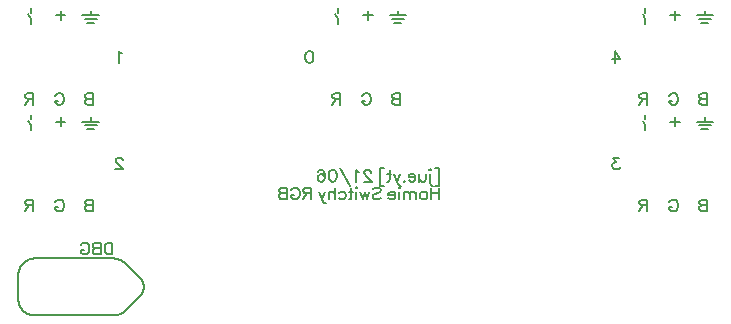
<source format=gbo>
%FSLAX46Y46*%
%MOMM*%
%ADD10C,0.150000*%
G01*
G01*
%LPD*%
D10*
X20758096Y15523810D02*
X21281904Y15523810D01*
D10*
X21043810Y15142857D02*
X20758096Y15523810D01*
D10*
X20900952Y15142857D02*
X21043810Y15142857D01*
D10*
X20805714Y15095238D02*
X20900952Y15142857D01*
D10*
X20758096Y15047619D02*
X20805714Y15095238D01*
D10*
X20710476Y14904762D02*
X20758096Y15047619D01*
D10*
X20710476Y14809524D02*
X20710476Y14904762D01*
D10*
X20758096Y14666667D02*
X20710476Y14809524D01*
D10*
X20853334Y14571429D02*
X20758096Y14666667D01*
D10*
X20996190Y14523810D02*
X20853334Y14571429D01*
D10*
X21139048Y14523810D02*
X20996190Y14523810D01*
D10*
X21281904Y14571429D02*
X21139048Y14523810D01*
D10*
X21329524Y14619048D02*
X21281904Y14571429D01*
D10*
X21377142Y14714286D02*
X21329524Y14619048D01*
D10*
X6032524Y13144476D02*
X6032524Y14668286D01*
D10*
X5699190Y14668286D02*
X6032524Y14668286D01*
D10*
X5699190Y13144476D02*
X6032524Y13144476D01*
D10*
X5270619Y14430190D02*
X5318238Y14477810D01*
D10*
X5223000Y14477810D02*
X5270619Y14430190D01*
D10*
X5270619Y14525429D02*
X5223000Y14477810D01*
D10*
X5318238Y14477810D02*
X5270619Y14525429D01*
D10*
X5270619Y13334952D02*
X5270619Y14144476D01*
D10*
X5318238Y13192095D02*
X5270619Y13334952D01*
D10*
X5413476Y13144476D02*
X5318238Y13192095D01*
D10*
X5508714Y13144476D02*
X5413476Y13144476D01*
D10*
X4889667Y13668286D02*
X4889667Y14144476D01*
D10*
X4842047Y13525429D02*
X4889667Y13668286D01*
D10*
X4746809Y13477810D02*
X4842047Y13525429D01*
D10*
X4603952Y13477810D02*
X4746809Y13477810D01*
D10*
X4508714Y13525429D02*
X4603952Y13477810D01*
D10*
X4365857Y13668286D02*
X4508714Y13525429D01*
D10*
X4365857Y13477810D02*
X4365857Y14144476D01*
D10*
X3461095Y13858762D02*
X4032523Y13858762D01*
D10*
X3461095Y13954000D02*
X3461095Y13858762D01*
D10*
X3508714Y14049238D02*
X3461095Y13954000D01*
D10*
X3556333Y14096857D02*
X3508714Y14049238D01*
D10*
X3651571Y14144476D02*
X3556333Y14096857D01*
D10*
X3794428Y14144476D02*
X3651571Y14144476D01*
D10*
X3889666Y14096857D02*
X3794428Y14144476D01*
D10*
X3984904Y14001619D02*
X3889666Y14096857D01*
D10*
X4032523Y13858762D02*
X3984904Y14001619D01*
D10*
X4032523Y13763524D02*
X4032523Y13858762D01*
D10*
X3984904Y13620667D02*
X4032523Y13763524D01*
D10*
X3889666Y13525429D02*
X3984904Y13620667D01*
D10*
X3794428Y13477810D02*
X3889666Y13525429D01*
D10*
X3651571Y13477810D02*
X3794428Y13477810D01*
D10*
X3556333Y13525429D02*
X3651571Y13477810D01*
D10*
X3461095Y13620667D02*
X3556333Y13525429D01*
D10*
X3127762Y13525429D02*
X3080143Y13573048D01*
D10*
X3080143Y13477810D02*
X3127762Y13525429D01*
D10*
X3032523Y13525429D02*
X3080143Y13477810D01*
D10*
X3080143Y13573048D02*
X3032523Y13525429D01*
D10*
X2461095Y13477810D02*
X2746809Y14144476D01*
D10*
X2461095Y13477810D02*
X2175381Y14144476D01*
D10*
X2556333Y13287333D02*
X2461095Y13477810D01*
D10*
X2651571Y13192095D02*
X2556333Y13287333D01*
D10*
X2746809Y13144476D02*
X2651571Y13192095D01*
D10*
X2794428Y13144476D02*
X2746809Y13144476D01*
D10*
X1842047Y13668286D02*
X1842047Y14477810D01*
D10*
X1794428Y13525429D02*
X1842047Y13668286D01*
D10*
X1699190Y13477810D02*
X1794428Y13525429D01*
D10*
X1603952Y13477810D02*
X1699190Y13477810D01*
D10*
X1651571Y14144476D02*
X1984905Y14144476D01*
D10*
X1032524Y13144476D02*
X1032524Y14668286D01*
D10*
X1032524Y14668286D02*
X1365857Y14668286D01*
D10*
X1032524Y13144476D02*
X1365857Y13144476D01*
D10*
X270619Y14287333D02*
X270619Y14239714D01*
D10*
X223000Y14382571D02*
X270619Y14287333D01*
D10*
X175381Y14430190D02*
X223000Y14382571D01*
D10*
X80143Y14477810D02*
X175381Y14430190D01*
D10*
X-110333Y14477810D02*
X80143Y14477810D01*
D10*
X-205571Y14430190D02*
X-110333Y14477810D01*
D10*
X-253190Y14382571D02*
X-205571Y14430190D01*
D10*
X-300809Y14287333D02*
X-253190Y14382571D01*
D10*
X-300809Y14192095D02*
X-300809Y14287333D01*
D10*
X-253190Y14096857D02*
X-300809Y14192095D01*
D10*
X-157952Y13954000D02*
X-253190Y14096857D01*
D10*
X318238Y13477810D02*
X-157952Y13954000D01*
D10*
X-348428Y13477810D02*
X318238Y13477810D01*
D10*
X-872238Y14334952D02*
X-777000Y14287333D01*
D10*
X-1015095Y14477810D02*
X-872238Y14334952D01*
D10*
X-1015095Y13477810D02*
X-1015095Y14477810D01*
D10*
X-1538904Y13144476D02*
X-2396047Y14668286D01*
D10*
X-2777000Y14430190D02*
X-2919857Y14477810D01*
D10*
X-2681762Y14287333D02*
X-2777000Y14430190D01*
D10*
X-2634143Y14049238D02*
X-2681762Y14287333D01*
D10*
X-2634143Y13906381D02*
X-2634143Y14049238D01*
D10*
X-2681762Y13668286D02*
X-2634143Y13906381D01*
D10*
X-2777000Y13525429D02*
X-2681762Y13668286D01*
D10*
X-2919857Y13477810D02*
X-2777000Y13525429D01*
D10*
X-3015095Y13477810D02*
X-2919857Y13477810D01*
D10*
X-3157952Y13525429D02*
X-3015095Y13477810D01*
D10*
X-3253190Y13668286D02*
X-3157952Y13525429D01*
D10*
X-3300809Y13906381D02*
X-3253190Y13668286D01*
D10*
X-3300809Y14049238D02*
X-3300809Y13906381D01*
D10*
X-3253190Y14287333D02*
X-3300809Y14049238D01*
D10*
X-3157952Y14430190D02*
X-3253190Y14287333D01*
D10*
X-3015095Y14477810D02*
X-3157952Y14430190D01*
D10*
X-2919857Y14477810D02*
X-3015095Y14477810D01*
D10*
X-4157952Y14430190D02*
X-4205571Y14334952D01*
D10*
X-4015095Y14477810D02*
X-4157952Y14430190D01*
D10*
X-3919857Y14477810D02*
X-4015095Y14477810D01*
D10*
X-3777000Y14430190D02*
X-3919857Y14477810D01*
D10*
X-3681762Y14287333D02*
X-3777000Y14430190D01*
D10*
X-3634143Y14049238D02*
X-3681762Y14287333D01*
D10*
X-3634143Y13811143D02*
X-3634143Y14049238D01*
D10*
X-3681762Y13620667D02*
X-3634143Y13811143D01*
D10*
X-3777000Y13525429D02*
X-3681762Y13620667D01*
D10*
X-3919857Y13477810D02*
X-3777000Y13525429D01*
D10*
X-3967476Y13477810D02*
X-3919857Y13477810D01*
D10*
X-4110333Y13525429D02*
X-3967476Y13477810D01*
D10*
X-4205571Y13620667D02*
X-4110333Y13525429D01*
D10*
X-4253190Y13763524D02*
X-4205571Y13620667D01*
D10*
X-4253190Y13811143D02*
X-4253190Y13763524D01*
D10*
X-4205571Y13954000D02*
X-4253190Y13811143D01*
D10*
X-4110333Y14049238D02*
X-4205571Y13954000D01*
D10*
X-3967476Y14096857D02*
X-4110333Y14049238D01*
D10*
X-3919857Y14096857D02*
X-3967476Y14096857D01*
D10*
X-3777000Y14049238D02*
X-3919857Y14096857D01*
D10*
X-3681762Y13954000D02*
X-3777000Y14049238D01*
D10*
X-3634143Y13811143D02*
X-3681762Y13954000D01*
D10*
X6032524Y11977810D02*
X6032524Y12977810D01*
D10*
X5365857Y11977810D02*
X5365857Y12977810D01*
D10*
X5365857Y12501619D02*
X6032524Y12501619D01*
D10*
X4889667Y12596857D02*
X4794428Y12644476D01*
D10*
X4984905Y12501619D02*
X4889667Y12596857D01*
D10*
X5032524Y12358762D02*
X4984905Y12501619D01*
D10*
X5032524Y12263524D02*
X5032524Y12358762D01*
D10*
X4984905Y12120667D02*
X5032524Y12263524D01*
D10*
X4889667Y12025429D02*
X4984905Y12120667D01*
D10*
X4794428Y11977810D02*
X4889667Y12025429D01*
D10*
X4651571Y11977810D02*
X4794428Y11977810D01*
D10*
X4556333Y12025429D02*
X4651571Y11977810D01*
D10*
X4461095Y12120667D02*
X4556333Y12025429D01*
D10*
X4413476Y12263524D02*
X4461095Y12120667D01*
D10*
X4413476Y12358762D02*
X4413476Y12263524D01*
D10*
X4461095Y12501619D02*
X4413476Y12358762D01*
D10*
X4556333Y12596857D02*
X4461095Y12501619D01*
D10*
X4651571Y12644476D02*
X4556333Y12596857D01*
D10*
X4794428Y12644476D02*
X4651571Y12644476D01*
D10*
X4080143Y11977810D02*
X4080143Y12644476D01*
D10*
X3937285Y12596857D02*
X4080143Y12454000D01*
D10*
X3842047Y12644476D02*
X3937285Y12596857D01*
D10*
X3699190Y12644476D02*
X3842047Y12644476D01*
D10*
X3603952Y12596857D02*
X3699190Y12644476D01*
D10*
X3556333Y12454000D02*
X3603952Y12596857D01*
D10*
X3556333Y11977810D02*
X3556333Y12454000D01*
D10*
X3413476Y12596857D02*
X3556333Y12454000D01*
D10*
X3318238Y12644476D02*
X3413476Y12596857D01*
D10*
X3175381Y12644476D02*
X3318238Y12644476D01*
D10*
X3080143Y12596857D02*
X3175381Y12644476D01*
D10*
X3032523Y12454000D02*
X3080143Y12596857D01*
D10*
X3032523Y11977810D02*
X3032523Y12454000D01*
D10*
X2651571Y12930190D02*
X2699190Y12977810D01*
D10*
X2603952Y12977810D02*
X2651571Y12930190D01*
D10*
X2651571Y13025429D02*
X2603952Y12977810D01*
D10*
X2699190Y12977810D02*
X2651571Y13025429D01*
D10*
X2651571Y11977810D02*
X2651571Y12644476D01*
D10*
X1746809Y12358762D02*
X2318238Y12358762D01*
D10*
X1746809Y12454000D02*
X1746809Y12358762D01*
D10*
X1794428Y12549238D02*
X1746809Y12454000D01*
D10*
X1842047Y12596857D02*
X1794428Y12549238D01*
D10*
X1937286Y12644476D02*
X1842047Y12596857D01*
D10*
X2080143Y12644476D02*
X1937286Y12644476D01*
D10*
X2175381Y12596857D02*
X2080143Y12644476D01*
D10*
X2270619Y12501619D02*
X2175381Y12596857D01*
D10*
X2318238Y12358762D02*
X2270619Y12501619D01*
D10*
X2318238Y12263524D02*
X2318238Y12358762D01*
D10*
X2270619Y12120667D02*
X2318238Y12263524D01*
D10*
X2175381Y12025429D02*
X2270619Y12120667D01*
D10*
X2080143Y11977810D02*
X2175381Y12025429D01*
D10*
X1937286Y11977810D02*
X2080143Y11977810D01*
D10*
X1842047Y12025429D02*
X1937286Y11977810D01*
D10*
X1746809Y12120667D02*
X1842047Y12025429D01*
D10*
X508714Y12930190D02*
X413476Y12834952D01*
D10*
X651571Y12977810D02*
X508714Y12930190D01*
D10*
X842047Y12977810D02*
X651571Y12977810D01*
D10*
X984905Y12930190D02*
X842047Y12977810D01*
D10*
X1080143Y12834952D02*
X984905Y12930190D01*
D10*
X1080143Y12739714D02*
X1080143Y12834952D01*
D10*
X1032524Y12644476D02*
X1080143Y12739714D01*
D10*
X984905Y12596857D02*
X1032524Y12644476D01*
D10*
X889667Y12549238D02*
X984905Y12596857D01*
D10*
X603952Y12454000D02*
X889667Y12549238D01*
D10*
X508714Y12406381D02*
X603952Y12454000D01*
D10*
X461095Y12358762D02*
X508714Y12406381D01*
D10*
X413476Y12263524D02*
X461095Y12358762D01*
D10*
X413476Y12120667D02*
X413476Y12263524D01*
D10*
X508714Y12025429D02*
X413476Y12120667D01*
D10*
X651571Y11977810D02*
X508714Y12025429D01*
D10*
X842047Y11977810D02*
X651571Y11977810D01*
D10*
X984905Y12025429D02*
X842047Y11977810D01*
D10*
X1080143Y12120667D02*
X984905Y12025429D01*
D10*
X-62714Y11977810D02*
X127762Y12644476D01*
D10*
X-62714Y11977810D02*
X-253190Y12644476D01*
D10*
X-443666Y11977810D02*
X-253190Y12644476D01*
D10*
X-443666Y11977810D02*
X-634143Y12644476D01*
D10*
X-967476Y12930190D02*
X-919857Y12977810D01*
D10*
X-1015095Y12977810D02*
X-967476Y12930190D01*
D10*
X-967476Y13025429D02*
X-1015095Y12977810D01*
D10*
X-919857Y12977810D02*
X-967476Y13025429D01*
D10*
X-967476Y11977810D02*
X-967476Y12644476D01*
D10*
X-1396047Y12168286D02*
X-1396047Y12977810D01*
D10*
X-1443666Y12025429D02*
X-1396047Y12168286D01*
D10*
X-1538904Y11977810D02*
X-1443666Y12025429D01*
D10*
X-1634142Y11977810D02*
X-1538904Y11977810D01*
D10*
X-1586523Y12644476D02*
X-1253190Y12644476D01*
D10*
X-2348428Y12596857D02*
X-2443667Y12501619D01*
D10*
X-2253190Y12644476D02*
X-2348428Y12596857D01*
D10*
X-2110333Y12644476D02*
X-2253190Y12644476D01*
D10*
X-2015095Y12596857D02*
X-2110333Y12644476D01*
D10*
X-1919857Y12501619D02*
X-2015095Y12596857D01*
D10*
X-1872238Y12358762D02*
X-1919857Y12501619D01*
D10*
X-1872238Y12263524D02*
X-1872238Y12358762D01*
D10*
X-1919857Y12120667D02*
X-1872238Y12263524D01*
D10*
X-2015095Y12025429D02*
X-1919857Y12120667D01*
D10*
X-2110333Y11977810D02*
X-2015095Y12025429D01*
D10*
X-2253190Y11977810D02*
X-2110333Y11977810D01*
D10*
X-2348428Y12025429D02*
X-2253190Y11977810D01*
D10*
X-2443667Y12120667D02*
X-2348428Y12025429D01*
D10*
X-2777000Y11977810D02*
X-2777000Y12977810D01*
D10*
X-2919857Y12596857D02*
X-2777000Y12454000D01*
D10*
X-3015095Y12644476D02*
X-2919857Y12596857D01*
D10*
X-3157952Y12644476D02*
X-3015095Y12644476D01*
D10*
X-3253190Y12596857D02*
X-3157952Y12644476D01*
D10*
X-3300809Y12454000D02*
X-3253190Y12596857D01*
D10*
X-3300809Y11977810D02*
X-3300809Y12454000D01*
D10*
X-3872238Y11977810D02*
X-3586524Y12644476D01*
D10*
X-3872238Y11977810D02*
X-4157952Y12644476D01*
D10*
X-3777000Y11787333D02*
X-3872238Y11977810D01*
D10*
X-3681762Y11692095D02*
X-3777000Y11787333D01*
D10*
X-3586524Y11644476D02*
X-3681762Y11692095D01*
D10*
X-3538905Y11644476D02*
X-3586524Y11644476D01*
D10*
X-4824619Y11977810D02*
X-4824619Y12977810D01*
D10*
X-5253190Y12977810D02*
X-4824619Y12977810D01*
D10*
X-5396047Y12930190D02*
X-5253190Y12977810D01*
D10*
X-5443666Y12882571D02*
X-5396047Y12930190D01*
D10*
X-5491286Y12787333D02*
X-5443666Y12882571D01*
D10*
X-5491286Y12692095D02*
X-5491286Y12787333D01*
D10*
X-5443666Y12596857D02*
X-5491286Y12692095D01*
D10*
X-5396047Y12549238D02*
X-5443666Y12596857D01*
D10*
X-5253190Y12501619D02*
X-5396047Y12549238D01*
D10*
X-4824619Y12501619D02*
X-5253190Y12501619D01*
D10*
X-5491286Y11977810D02*
X-5157952Y12501619D01*
D10*
X-6443666Y12834952D02*
X-6491286Y12739714D01*
D10*
X-6348428Y12930190D02*
X-6443666Y12834952D01*
D10*
X-6253190Y12977810D02*
X-6348428Y12930190D01*
D10*
X-6062714Y12977810D02*
X-6253190Y12977810D01*
D10*
X-5967476Y12930190D02*
X-6062714Y12977810D01*
D10*
X-5872238Y12834952D02*
X-5967476Y12930190D01*
D10*
X-5824619Y12739714D02*
X-5872238Y12834952D01*
D10*
X-5777000Y12596857D02*
X-5824619Y12739714D01*
D10*
X-5777000Y12358762D02*
X-5777000Y12596857D01*
D10*
X-5824619Y12215905D02*
X-5777000Y12358762D01*
D10*
X-5872238Y12120667D02*
X-5824619Y12215905D01*
D10*
X-5967476Y12025429D02*
X-5872238Y12120667D01*
D10*
X-6062714Y11977810D02*
X-5967476Y12025429D01*
D10*
X-6253190Y11977810D02*
X-6062714Y11977810D01*
D10*
X-6348428Y12025429D02*
X-6253190Y11977810D01*
D10*
X-6443666Y12120667D02*
X-6348428Y12025429D01*
D10*
X-6491286Y12215905D02*
X-6443666Y12120667D01*
D10*
X-6491286Y12358762D02*
X-6491286Y12215905D01*
D10*
X-6491286Y12358762D02*
X-6253190Y12358762D01*
D10*
X-6824619Y11977810D02*
X-6824619Y12977810D01*
D10*
X-7253190Y12977810D02*
X-6824619Y12977810D01*
D10*
X-7396047Y12930190D02*
X-7253190Y12977810D01*
D10*
X-7443666Y12882571D02*
X-7396047Y12930190D01*
D10*
X-7491286Y12787333D02*
X-7443666Y12882571D01*
D10*
X-7491286Y12692095D02*
X-7491286Y12787333D01*
D10*
X-7443666Y12596857D02*
X-7491286Y12692095D01*
D10*
X-7396047Y12549238D02*
X-7443666Y12596857D01*
D10*
X-7253190Y12501619D02*
X-7396047Y12549238D01*
D10*
X-7253190Y12501619D02*
X-6824619Y12501619D01*
D10*
X-7396047Y12454000D02*
X-7253190Y12501619D01*
D10*
X-7443666Y12406381D02*
X-7396047Y12454000D01*
D10*
X-7491286Y12311143D02*
X-7443666Y12406381D01*
D10*
X-7491286Y12168286D02*
X-7491286Y12311143D01*
D10*
X-7443666Y12073048D02*
X-7491286Y12168286D01*
D10*
X-7396047Y12025429D02*
X-7443666Y12073048D01*
D10*
X-7253190Y11977810D02*
X-7396047Y12025429D01*
D10*
X-6824619Y11977810D02*
X-7253190Y11977810D01*
D10*
X23669524Y10967810D02*
X23669524Y11967810D01*
D10*
X23240952Y11967810D02*
X23669524Y11967810D01*
D10*
X23098096Y11920190D02*
X23240952Y11967810D01*
D10*
X23050476Y11872571D02*
X23098096Y11920190D01*
D10*
X23002858Y11777333D02*
X23050476Y11872571D01*
D10*
X23002858Y11682095D02*
X23002858Y11777333D01*
D10*
X23050476Y11586857D02*
X23002858Y11682095D01*
D10*
X23098096Y11539238D02*
X23050476Y11586857D01*
D10*
X23240952Y11491619D02*
X23098096Y11539238D01*
D10*
X23669524Y11491619D02*
X23240952Y11491619D01*
D10*
X23002858Y10967810D02*
X23336190Y11491619D01*
D10*
X-26409524Y20824952D02*
X-26457142Y20729714D01*
D10*
X-26314286Y20920190D02*
X-26409524Y20824952D01*
D10*
X-26219048Y20967810D02*
X-26314286Y20920190D01*
D10*
X-26028572Y20967810D02*
X-26219048Y20967810D01*
D10*
X-25933334Y20920190D02*
X-26028572Y20967810D01*
D10*
X-25838096Y20824952D02*
X-25933334Y20920190D01*
D10*
X-25790476Y20729714D02*
X-25838096Y20824952D01*
D10*
X-25742858Y20586858D02*
X-25790476Y20729714D01*
D10*
X-25742858Y20348762D02*
X-25742858Y20586858D01*
D10*
X-25790476Y20205904D02*
X-25742858Y20348762D01*
D10*
X-25838096Y20110666D02*
X-25790476Y20205904D01*
D10*
X-25933334Y20015428D02*
X-25838096Y20110666D01*
D10*
X-26028572Y19967810D02*
X-25933334Y20015428D01*
D10*
X-26219048Y19967810D02*
X-26028572Y19967810D01*
D10*
X-26314286Y20015428D02*
X-26219048Y19967810D01*
D10*
X-26409524Y20110666D02*
X-26314286Y20015428D01*
D10*
X-26457142Y20205904D02*
X-26409524Y20110666D01*
D10*
X-26457142Y20348762D02*
X-26457142Y20205904D01*
D10*
X-26457142Y20348762D02*
X-26219048Y20348762D01*
D10*
X-20948572Y24380952D02*
X-20853334Y24333334D01*
D10*
X-21091428Y24523810D02*
X-20948572Y24380952D01*
D10*
X-21091428Y23523810D02*
X-21091428Y24523810D01*
D10*
X-20758096Y15333333D02*
X-20758096Y15285714D01*
D10*
X-20805714Y15428571D02*
X-20758096Y15333333D01*
D10*
X-20853334Y15476190D02*
X-20805714Y15428571D01*
D10*
X-20948572Y15523810D02*
X-20853334Y15476190D01*
D10*
X-21139048Y15523810D02*
X-20948572Y15523810D01*
D10*
X-21234286Y15476190D02*
X-21139048Y15523810D01*
D10*
X-21281904Y15428571D02*
X-21234286Y15476190D01*
D10*
X-21329524Y15333333D02*
X-21281904Y15428571D01*
D10*
X-21329524Y15238095D02*
X-21329524Y15333333D01*
D10*
X-21281904Y15142857D02*
X-21329524Y15238095D01*
D10*
X-21186666Y15000000D02*
X-21281904Y15142857D01*
D10*
X-20710476Y14523810D02*
X-21186666Y15000000D01*
D10*
X-21377142Y14523810D02*
X-20710476Y14523810D01*
D10*
X28749524Y10967810D02*
X28749524Y11967810D01*
D10*
X28320952Y11967810D02*
X28749524Y11967810D01*
D10*
X28178096Y11920190D02*
X28320952Y11967810D01*
D10*
X28130476Y11872571D02*
X28178096Y11920190D01*
D10*
X28082858Y11777333D02*
X28130476Y11872571D01*
D10*
X28082858Y11682095D02*
X28082858Y11777333D01*
D10*
X28130476Y11586857D02*
X28082858Y11682095D01*
D10*
X28178096Y11539238D02*
X28130476Y11586857D01*
D10*
X28320952Y11491619D02*
X28178096Y11539238D01*
D10*
X28320952Y11491619D02*
X28749524Y11491619D01*
D10*
X28178096Y11444000D02*
X28320952Y11491619D01*
D10*
X28130476Y11396381D02*
X28178096Y11444000D01*
D10*
X28082858Y11301143D02*
X28130476Y11396381D01*
D10*
X28082858Y11158286D02*
X28082858Y11301143D01*
D10*
X28130476Y11063048D02*
X28082858Y11158286D01*
D10*
X28178096Y11015429D02*
X28130476Y11063048D01*
D10*
X28320952Y10967810D02*
X28178096Y11015429D01*
D10*
X28749524Y10967810D02*
X28320952Y10967810D01*
D10*
X-28330476Y19967810D02*
X-28330476Y20967810D01*
D10*
X-28759048Y20967810D02*
X-28330476Y20967810D01*
D10*
X-28901904Y20920190D02*
X-28759048Y20967810D01*
D10*
X-28949524Y20872572D02*
X-28901904Y20920190D01*
D10*
X-28997142Y20777334D02*
X-28949524Y20872572D01*
D10*
X-28997142Y20682096D02*
X-28997142Y20777334D01*
D10*
X-28949524Y20586858D02*
X-28997142Y20682096D01*
D10*
X-28901904Y20539238D02*
X-28949524Y20586858D01*
D10*
X-28759048Y20491620D02*
X-28901904Y20539238D01*
D10*
X-28330476Y20491620D02*
X-28759048Y20491620D01*
D10*
X-28997142Y19967810D02*
X-28663810Y20491620D01*
D10*
X-409523Y20824952D02*
X-457142Y20729714D01*
D10*
X-314285Y20920190D02*
X-409523Y20824952D01*
D10*
X-219047Y20967810D02*
X-314285Y20920190D01*
D10*
X-28571Y20967810D02*
X-219047Y20967810D01*
D10*
X66666Y20920190D02*
X-28571Y20967810D01*
D10*
X161904Y20824952D02*
X66666Y20920190D01*
D10*
X209523Y20729714D02*
X161904Y20824952D01*
D10*
X257142Y20586858D02*
X209523Y20729714D01*
D10*
X257142Y20348762D02*
X257142Y20586858D01*
D10*
X209523Y20205904D02*
X257142Y20348762D01*
D10*
X161904Y20110666D02*
X209523Y20205904D01*
D10*
X66666Y20015428D02*
X161904Y20110666D01*
D10*
X-28571Y19967810D02*
X66666Y20015428D01*
D10*
X-219047Y19967810D02*
X-28571Y19967810D01*
D10*
X-314285Y20015428D02*
X-219047Y19967810D01*
D10*
X-409523Y20110666D02*
X-314285Y20015428D01*
D10*
X-457142Y20205904D02*
X-409523Y20110666D01*
D10*
X-457142Y20348762D02*
X-457142Y20205904D01*
D10*
X-457142Y20348762D02*
X-219047Y20348762D01*
D10*
X-23250476Y19967810D02*
X-23250476Y20967810D01*
D10*
X-23679048Y20967810D02*
X-23250476Y20967810D01*
D10*
X-23821904Y20920190D02*
X-23679048Y20967810D01*
D10*
X-23869524Y20872572D02*
X-23821904Y20920190D01*
D10*
X-23917142Y20777334D02*
X-23869524Y20872572D01*
D10*
X-23917142Y20682096D02*
X-23917142Y20777334D01*
D10*
X-23869524Y20586858D02*
X-23917142Y20682096D01*
D10*
X-23821904Y20539238D02*
X-23869524Y20586858D01*
D10*
X-23679048Y20491620D02*
X-23821904Y20539238D01*
D10*
X-23679048Y20491620D02*
X-23250476Y20491620D01*
D10*
X-23821904Y20444000D02*
X-23679048Y20491620D01*
D10*
X-23869524Y20396380D02*
X-23821904Y20444000D01*
D10*
X-23917142Y20301142D02*
X-23869524Y20396380D01*
D10*
X-23917142Y20158286D02*
X-23917142Y20301142D01*
D10*
X-23869524Y20063048D02*
X-23917142Y20158286D01*
D10*
X-23821904Y20015428D02*
X-23869524Y20063048D01*
D10*
X-23679048Y19967810D02*
X-23821904Y20015428D01*
D10*
X-23250476Y19967810D02*
X-23679048Y19967810D01*
D10*
X-21626776Y7328249D02*
X-21626776Y8328249D01*
D10*
X-21960110Y8328249D02*
X-21626776Y8328249D01*
D10*
X-22102966Y8280630D02*
X-21960110Y8328249D01*
D10*
X-22198204Y8185392D02*
X-22102966Y8280630D01*
D10*
X-22245824Y8090154D02*
X-22198204Y8185392D01*
D10*
X-22293442Y7947297D02*
X-22245824Y8090154D01*
D10*
X-22293442Y7709202D02*
X-22293442Y7947297D01*
D10*
X-22245824Y7566345D02*
X-22293442Y7709202D01*
D10*
X-22198204Y7471106D02*
X-22245824Y7566345D01*
D10*
X-22102966Y7375868D02*
X-22198204Y7471106D01*
D10*
X-21960110Y7328249D02*
X-22102966Y7375868D01*
D10*
X-21626776Y7328249D02*
X-21960110Y7328249D01*
D10*
X-22626776Y7328249D02*
X-22626776Y8328249D01*
D10*
X-23055348Y8328249D02*
X-22626776Y8328249D01*
D10*
X-23198204Y8280630D02*
X-23055348Y8328249D01*
D10*
X-23245824Y8233011D02*
X-23198204Y8280630D01*
D10*
X-23293442Y8137773D02*
X-23245824Y8233011D01*
D10*
X-23293442Y8042535D02*
X-23293442Y8137773D01*
D10*
X-23245824Y7947297D02*
X-23293442Y8042535D01*
D10*
X-23198204Y7899678D02*
X-23245824Y7947297D01*
D10*
X-23055348Y7852059D02*
X-23198204Y7899678D01*
D10*
X-23055348Y7852059D02*
X-22626776Y7852059D01*
D10*
X-23198204Y7804440D02*
X-23055348Y7852059D01*
D10*
X-23245824Y7756821D02*
X-23198204Y7804440D01*
D10*
X-23293442Y7661583D02*
X-23245824Y7756821D01*
D10*
X-23293442Y7518725D02*
X-23293442Y7661583D01*
D10*
X-23245824Y7423487D02*
X-23293442Y7518725D01*
D10*
X-23198204Y7375868D02*
X-23245824Y7423487D01*
D10*
X-23055348Y7328249D02*
X-23198204Y7375868D01*
D10*
X-22626776Y7328249D02*
X-23055348Y7328249D01*
D10*
X-24245824Y8185392D02*
X-24293442Y8090154D01*
D10*
X-24150586Y8280630D02*
X-24245824Y8185392D01*
D10*
X-24055348Y8328249D02*
X-24150586Y8280630D01*
D10*
X-23864872Y8328249D02*
X-24055348Y8328249D01*
D10*
X-23769634Y8280630D02*
X-23864872Y8328249D01*
D10*
X-23674396Y8185392D02*
X-23769634Y8280630D01*
D10*
X-23626776Y8090154D02*
X-23674396Y8185392D01*
D10*
X-23579156Y7947297D02*
X-23626776Y8090154D01*
D10*
X-23579156Y7709202D02*
X-23579156Y7947297D01*
D10*
X-23626776Y7566345D02*
X-23579156Y7709202D01*
D10*
X-23674396Y7471106D02*
X-23626776Y7566345D01*
D10*
X-23769634Y7375868D02*
X-23674396Y7471106D01*
D10*
X-23864872Y7328249D02*
X-23769634Y7375868D01*
D10*
X-24055348Y7328249D02*
X-23864872Y7328249D01*
D10*
X-24150586Y7375868D02*
X-24055348Y7328249D01*
D10*
X-24245824Y7471106D02*
X-24150586Y7375868D01*
D10*
X-24293442Y7566345D02*
X-24245824Y7471106D01*
D10*
X-24293442Y7709202D02*
X-24293442Y7566345D01*
D10*
X-24293442Y7709202D02*
X-24055348Y7709202D01*
D10*
X-2330476Y19967810D02*
X-2330476Y20967810D01*
D10*
X-2759047Y20967810D02*
X-2330476Y20967810D01*
D10*
X-2901904Y20920190D02*
X-2759047Y20967810D01*
D10*
X-2949523Y20872572D02*
X-2901904Y20920190D01*
D10*
X-2997143Y20777334D02*
X-2949523Y20872572D01*
D10*
X-2997143Y20682096D02*
X-2997143Y20777334D01*
D10*
X-2949523Y20586858D02*
X-2997143Y20682096D01*
D10*
X-2901904Y20539238D02*
X-2949523Y20586858D01*
D10*
X-2759047Y20491620D02*
X-2901904Y20539238D01*
D10*
X-2330476Y20491620D02*
X-2759047Y20491620D01*
D10*
X-2997143Y19967810D02*
X-2663809Y20491620D01*
D10*
X-23250476Y10967810D02*
X-23250476Y11967810D01*
D10*
X-23679048Y11967810D02*
X-23250476Y11967810D01*
D10*
X-23821904Y11920190D02*
X-23679048Y11967810D01*
D10*
X-23869524Y11872571D02*
X-23821904Y11920190D01*
D10*
X-23917142Y11777333D02*
X-23869524Y11872571D01*
D10*
X-23917142Y11682095D02*
X-23917142Y11777333D01*
D10*
X-23869524Y11586857D02*
X-23917142Y11682095D01*
D10*
X-23821904Y11539238D02*
X-23869524Y11586857D01*
D10*
X-23679048Y11491619D02*
X-23821904Y11539238D01*
D10*
X-23679048Y11491619D02*
X-23250476Y11491619D01*
D10*
X-23821904Y11444000D02*
X-23679048Y11491619D01*
D10*
X-23869524Y11396381D02*
X-23821904Y11444000D01*
D10*
X-23917142Y11301143D02*
X-23869524Y11396381D01*
D10*
X-23917142Y11158286D02*
X-23917142Y11301143D01*
D10*
X-23869524Y11063048D02*
X-23917142Y11158286D01*
D10*
X-23821904Y11015429D02*
X-23869524Y11063048D01*
D10*
X-23679048Y10967810D02*
X-23821904Y11015429D01*
D10*
X-23250476Y10967810D02*
X-23679048Y10967810D01*
D10*
X25590476Y20824952D02*
X25542858Y20729714D01*
D10*
X25685714Y20920190D02*
X25590476Y20824952D01*
D10*
X25780952Y20967810D02*
X25685714Y20920190D01*
D10*
X25971428Y20967810D02*
X25780952Y20967810D01*
D10*
X26066666Y20920190D02*
X25971428Y20967810D01*
D10*
X26161904Y20824952D02*
X26066666Y20920190D01*
D10*
X26209524Y20729714D02*
X26161904Y20824952D01*
D10*
X26257142Y20586858D02*
X26209524Y20729714D01*
D10*
X26257142Y20348762D02*
X26257142Y20586858D01*
D10*
X26209524Y20205904D02*
X26257142Y20348762D01*
D10*
X26161904Y20110666D02*
X26209524Y20205904D01*
D10*
X26066666Y20015428D02*
X26161904Y20110666D01*
D10*
X25971428Y19967810D02*
X26066666Y20015428D01*
D10*
X25780952Y19967810D02*
X25971428Y19967810D01*
D10*
X25685714Y20015428D02*
X25780952Y19967810D01*
D10*
X25590476Y20110666D02*
X25685714Y20015428D01*
D10*
X25542858Y20205904D02*
X25590476Y20110666D01*
D10*
X25542858Y20348762D02*
X25542858Y20205904D01*
D10*
X25542858Y20348762D02*
X25780952Y20348762D01*
D10*
X28749524Y19967810D02*
X28749524Y20967810D01*
D10*
X28320952Y20967810D02*
X28749524Y20967810D01*
D10*
X28178096Y20920190D02*
X28320952Y20967810D01*
D10*
X28130476Y20872572D02*
X28178096Y20920190D01*
D10*
X28082858Y20777334D02*
X28130476Y20872572D01*
D10*
X28082858Y20682096D02*
X28082858Y20777334D01*
D10*
X28130476Y20586858D02*
X28082858Y20682096D01*
D10*
X28178096Y20539238D02*
X28130476Y20586858D01*
D10*
X28320952Y20491620D02*
X28178096Y20539238D01*
D10*
X28320952Y20491620D02*
X28749524Y20491620D01*
D10*
X28178096Y20444000D02*
X28320952Y20491620D01*
D10*
X28130476Y20396380D02*
X28178096Y20444000D01*
D10*
X28082858Y20301142D02*
X28130476Y20396380D01*
D10*
X28082858Y20158286D02*
X28082858Y20301142D01*
D10*
X28130476Y20063048D02*
X28082858Y20158286D01*
D10*
X28178096Y20015428D02*
X28130476Y20063048D01*
D10*
X28320952Y19967810D02*
X28178096Y20015428D01*
D10*
X28749524Y19967810D02*
X28320952Y19967810D01*
D10*
X21377142Y23857142D02*
X20900952Y24523810D01*
D10*
X20662858Y23857142D02*
X21377142Y23857142D01*
D10*
X20900952Y23523810D02*
X20900952Y24523810D01*
D10*
X-26409524Y11824952D02*
X-26457142Y11729714D01*
D10*
X-26314286Y11920190D02*
X-26409524Y11824952D01*
D10*
X-26219048Y11967810D02*
X-26314286Y11920190D01*
D10*
X-26028572Y11967810D02*
X-26219048Y11967810D01*
D10*
X-25933334Y11920190D02*
X-26028572Y11967810D01*
D10*
X-25838096Y11824952D02*
X-25933334Y11920190D01*
D10*
X-25790476Y11729714D02*
X-25838096Y11824952D01*
D10*
X-25742858Y11586857D02*
X-25790476Y11729714D01*
D10*
X-25742858Y11348762D02*
X-25742858Y11586857D01*
D10*
X-25790476Y11205905D02*
X-25742858Y11348762D01*
D10*
X-25838096Y11110667D02*
X-25790476Y11205905D01*
D10*
X-25933334Y11015429D02*
X-25838096Y11110667D01*
D10*
X-26028572Y10967810D02*
X-25933334Y11015429D01*
D10*
X-26219048Y10967810D02*
X-26028572Y10967810D01*
D10*
X-26314286Y11015429D02*
X-26219048Y10967810D01*
D10*
X-26409524Y11110667D02*
X-26314286Y11015429D01*
D10*
X-26457142Y11205905D02*
X-26409524Y11110667D01*
D10*
X-26457142Y11348762D02*
X-26457142Y11205905D01*
D10*
X-26457142Y11348762D02*
X-26219048Y11348762D01*
D10*
X-4765714Y24476190D02*
X-4908571Y24523810D01*
D10*
X-4670476Y24333334D02*
X-4765714Y24476190D01*
D10*
X-4622857Y24095238D02*
X-4670476Y24333334D01*
D10*
X-4622857Y23952380D02*
X-4622857Y24095238D01*
D10*
X-4670476Y23714286D02*
X-4622857Y23952380D01*
D10*
X-4765714Y23571428D02*
X-4670476Y23714286D01*
D10*
X-4908571Y23523810D02*
X-4765714Y23571428D01*
D10*
X-5003809Y23523810D02*
X-4908571Y23523810D01*
D10*
X-5146666Y23571428D02*
X-5003809Y23523810D01*
D10*
X-5241905Y23714286D02*
X-5146666Y23571428D01*
D10*
X-5289524Y23952380D02*
X-5241905Y23714286D01*
D10*
X-5289524Y24095238D02*
X-5289524Y23952380D01*
D10*
X-5241905Y24333334D02*
X-5289524Y24095238D01*
D10*
X-5146666Y24476190D02*
X-5241905Y24333334D01*
D10*
X-5003809Y24523810D02*
X-5146666Y24476190D01*
D10*
X-4908571Y24523810D02*
X-5003809Y24523810D01*
D10*
X25590476Y11824952D02*
X25542858Y11729714D01*
D10*
X25685714Y11920190D02*
X25590476Y11824952D01*
D10*
X25780952Y11967810D02*
X25685714Y11920190D01*
D10*
X25971428Y11967810D02*
X25780952Y11967810D01*
D10*
X26066666Y11920190D02*
X25971428Y11967810D01*
D10*
X26161904Y11824952D02*
X26066666Y11920190D01*
D10*
X26209524Y11729714D02*
X26161904Y11824952D01*
D10*
X26257142Y11586857D02*
X26209524Y11729714D01*
D10*
X26257142Y11348762D02*
X26257142Y11586857D01*
D10*
X26209524Y11205905D02*
X26257142Y11348762D01*
D10*
X26161904Y11110667D02*
X26209524Y11205905D01*
D10*
X26066666Y11015429D02*
X26161904Y11110667D01*
D10*
X25971428Y10967810D02*
X26066666Y11015429D01*
D10*
X25780952Y10967810D02*
X25971428Y10967810D01*
D10*
X25685714Y11015429D02*
X25780952Y10967810D01*
D10*
X25590476Y11110667D02*
X25685714Y11015429D01*
D10*
X25542858Y11205905D02*
X25590476Y11110667D01*
D10*
X25542858Y11348762D02*
X25542858Y11205905D01*
D10*
X25542858Y11348762D02*
X25780952Y11348762D01*
D10*
X-28330476Y10967810D02*
X-28330476Y11967810D01*
D10*
X-28759048Y11967810D02*
X-28330476Y11967810D01*
D10*
X-28901904Y11920190D02*
X-28759048Y11967810D01*
D10*
X-28949524Y11872571D02*
X-28901904Y11920190D01*
D10*
X-28997142Y11777333D02*
X-28949524Y11872571D01*
D10*
X-28997142Y11682095D02*
X-28997142Y11777333D01*
D10*
X-28949524Y11586857D02*
X-28997142Y11682095D01*
D10*
X-28901904Y11539238D02*
X-28949524Y11586857D01*
D10*
X-28759048Y11491619D02*
X-28901904Y11539238D01*
D10*
X-28330476Y11491619D02*
X-28759048Y11491619D01*
D10*
X-28997142Y10967810D02*
X-28663810Y11491619D01*
D10*
X23669524Y19967810D02*
X23669524Y20967810D01*
D10*
X23240952Y20967810D02*
X23669524Y20967810D01*
D10*
X23098096Y20920190D02*
X23240952Y20967810D01*
D10*
X23050476Y20872572D02*
X23098096Y20920190D01*
D10*
X23002858Y20777334D02*
X23050476Y20872572D01*
D10*
X23002858Y20682096D02*
X23002858Y20777334D01*
D10*
X23050476Y20586858D02*
X23002858Y20682096D01*
D10*
X23098096Y20539238D02*
X23050476Y20586858D01*
D10*
X23240952Y20491620D02*
X23098096Y20539238D01*
D10*
X23669524Y20491620D02*
X23240952Y20491620D01*
D10*
X23002858Y19967810D02*
X23336190Y20491620D01*
D10*
X2749523Y19967810D02*
X2749523Y20967810D01*
D10*
X2320952Y20967810D02*
X2749523Y20967810D01*
D10*
X2178095Y20920190D02*
X2320952Y20967810D01*
D10*
X2130476Y20872572D02*
X2178095Y20920190D01*
D10*
X2082857Y20777334D02*
X2130476Y20872572D01*
D10*
X2082857Y20682096D02*
X2082857Y20777334D01*
D10*
X2130476Y20586858D02*
X2082857Y20682096D01*
D10*
X2178095Y20539238D02*
X2130476Y20586858D01*
D10*
X2320952Y20491620D02*
X2178095Y20539238D01*
D10*
X2320952Y20491620D02*
X2749523Y20491620D01*
D10*
X2178095Y20444000D02*
X2320952Y20491620D01*
D10*
X2130476Y20396380D02*
X2178095Y20444000D01*
D10*
X2082857Y20301142D02*
X2130476Y20396380D01*
D10*
X2082857Y20158286D02*
X2082857Y20301142D01*
D10*
X2130476Y20063048D02*
X2082857Y20158286D01*
D10*
X2178095Y20015428D02*
X2130476Y20063048D01*
D10*
X2320952Y19967810D02*
X2178095Y20015428D01*
D10*
X2749523Y19967810D02*
X2320952Y19967810D01*
D10*
X-20453550Y2629971D02*
X-19288761Y3794761D01*
D10*
X-19288761Y5349239D02*
X-20453550Y6514029D01*
D10*
X-21590000Y6985000D02*
X-28194000Y6985000D01*
D10*
X-28194000Y2159000D02*
X-21590000Y2159000D01*
D10*
X-29591000Y5588000D02*
X-29591000Y3556000D01*
D10*
X-21590000Y6985000D02*
X-21570276Y6984875D01*
D10*
X-21570276Y6984875D02*
X-21550555Y6984509D01*
D10*
X-21550555Y6984509D02*
X-21530840Y6983900D01*
D10*
X-21530840Y6983900D02*
X-21511134Y6983050D01*
D10*
X-21511134Y6983050D02*
X-21491440Y6981957D01*
D10*
X-21491440Y6981957D02*
X-21471760Y6980623D01*
D10*
X-21471760Y6980623D02*
X-21452099Y6979048D01*
D10*
X-21452099Y6979048D02*
X-21432458Y6977232D01*
D10*
X-21432458Y6977232D02*
X-21412841Y6975175D01*
D10*
X-21412841Y6975175D02*
X-21393251Y6972877D01*
D10*
X-21393251Y6972877D02*
X-21373690Y6970339D01*
D10*
X-21373690Y6970339D02*
X-21354163Y6967561D01*
D10*
X-21354163Y6967561D02*
X-21334670Y6964543D01*
D10*
X-21334670Y6964543D02*
X-21315216Y6961287D01*
D10*
X-21315216Y6961287D02*
X-21295804Y6957792D01*
D10*
X-21295804Y6957792D02*
X-21276436Y6954060D01*
D10*
X-21276436Y6954060D02*
X-21257115Y6950089D01*
D10*
X-21257115Y6950089D02*
X-21237844Y6945883D01*
D10*
X-21237844Y6945883D02*
X-21218627Y6941439D01*
D10*
X-21218627Y6941439D02*
X-21199465Y6936761D01*
D10*
X-21199465Y6936761D02*
X-21180363Y6931847D01*
D10*
X-21180363Y6931847D02*
X-21161322Y6926700D01*
D10*
X-21161322Y6926700D02*
X-21142345Y6921319D01*
D10*
X-21142345Y6921319D02*
X-21123436Y6915706D01*
D10*
X-21123436Y6915706D02*
X-21104598Y6909861D01*
D10*
X-21104598Y6909861D02*
X-21085832Y6903786D01*
D10*
X-21085832Y6903786D02*
X-21067143Y6897480D01*
D10*
X-21067143Y6897480D02*
X-21048532Y6890946D01*
D10*
X-21048532Y6890946D02*
X-21030003Y6884184D01*
D10*
X-21030003Y6884184D02*
X-21011558Y6877195D01*
D10*
X-21011558Y6877195D02*
X-20993200Y6869980D01*
D10*
X-20993200Y6869980D02*
X-20974933Y6862541D01*
D10*
X-20974933Y6862541D02*
X-20956758Y6854877D01*
D10*
X-20956758Y6854877D02*
X-20938678Y6846992D01*
D10*
X-20938678Y6846992D02*
X-20920697Y6838885D01*
D10*
X-20920697Y6838885D02*
X-20902816Y6830558D01*
D10*
X-20902816Y6830558D02*
X-20885039Y6822012D01*
D10*
X-20885039Y6822012D02*
X-20867368Y6813249D01*
D10*
X-20867368Y6813249D02*
X-20849806Y6804269D01*
D10*
X-20849806Y6804269D02*
X-20832355Y6795075D01*
D10*
X-20832355Y6795075D02*
X-20815019Y6785667D01*
D10*
X-20815019Y6785667D02*
X-20797799Y6776047D01*
D10*
X-20797799Y6776047D02*
X-20780699Y6766217D01*
D10*
X-20780699Y6766217D02*
X-20763721Y6756178D01*
D10*
X-20763721Y6756178D02*
X-20746867Y6745931D01*
D10*
X-20746867Y6745931D02*
X-20730140Y6735477D01*
D10*
X-20730140Y6735477D02*
X-20713543Y6724820D01*
D10*
X-20713543Y6724820D02*
X-20697077Y6713959D01*
D10*
X-20697077Y6713959D02*
X-20680747Y6702898D01*
D10*
X-20680747Y6702898D02*
X-20664553Y6691636D01*
D10*
X-20664553Y6691636D02*
X-20648498Y6680177D01*
D10*
X-20648498Y6680177D02*
X-20632586Y6668522D01*
D10*
X-20632586Y6668522D02*
X-20616818Y6656672D01*
D10*
X-20616818Y6656672D02*
X-20601196Y6644630D01*
D10*
X-20601196Y6644630D02*
X-20585723Y6632397D01*
D10*
X-20585723Y6632397D02*
X-20570402Y6619975D01*
D10*
X-20570402Y6619975D02*
X-20555234Y6607366D01*
D10*
X-20555234Y6607366D02*
X-20540222Y6594571D01*
D10*
X-20540222Y6594571D02*
X-20525368Y6581594D01*
D10*
X-20525368Y6581594D02*
X-20510674Y6568435D01*
D10*
X-20510674Y6568435D02*
X-20496143Y6555097D01*
D10*
X-20496143Y6555097D02*
X-20481777Y6541581D01*
D10*
X-20481777Y6541581D02*
X-20467578Y6527890D01*
D10*
X-20467578Y6527890D02*
X-20453548Y6514026D01*
D10*
X-29591000Y5588000D02*
X-29590579Y5622284D01*
D10*
X-29590579Y5622284D02*
X-29589317Y5656547D01*
D10*
X-29589317Y5656547D02*
X-29587215Y5690769D01*
D10*
X-29587215Y5690769D02*
X-29584273Y5724930D01*
D10*
X-29584273Y5724930D02*
X-29580494Y5759007D01*
D10*
X-29580494Y5759007D02*
X-29575879Y5792982D01*
D10*
X-29575879Y5792982D02*
X-29570433Y5826833D01*
D10*
X-29570433Y5826833D02*
X-29564157Y5860541D01*
D10*
X-29564157Y5860541D02*
X-29557056Y5894084D01*
D10*
X-29557056Y5894084D02*
X-29549133Y5927443D01*
D10*
X-29549133Y5927443D02*
X-29540395Y5960597D01*
D10*
X-29540395Y5960597D02*
X-29530845Y5993527D01*
D10*
X-29530845Y5993527D02*
X-29520491Y6026213D01*
D10*
X-29520491Y6026213D02*
X-29509337Y6058635D01*
D10*
X-29509337Y6058635D02*
X-29497391Y6090773D01*
D10*
X-29497391Y6090773D02*
X-29484659Y6122608D01*
D10*
X-29484659Y6122608D02*
X-29471151Y6154122D01*
D10*
X-29471151Y6154122D02*
X-29456873Y6185294D01*
D10*
X-29456873Y6185294D02*
X-29441834Y6216107D01*
D10*
X-29441834Y6216107D02*
X-29426044Y6246541D01*
D10*
X-29426044Y6246541D02*
X-29409511Y6276578D01*
D10*
X-29409511Y6276578D02*
X-29392247Y6306201D01*
D10*
X-29392247Y6306201D02*
X-29374260Y6335391D01*
D10*
X-29374260Y6335391D02*
X-29355563Y6364131D01*
D10*
X-29355563Y6364131D02*
X-29336166Y6392404D01*
D10*
X-29336166Y6392404D02*
X-29316081Y6420192D01*
D10*
X-29316081Y6420192D02*
X-29295320Y6447478D01*
D10*
X-29295320Y6447478D02*
X-29273895Y6474247D01*
D10*
X-29273895Y6474247D02*
X-29251820Y6500482D01*
D10*
X-29251820Y6500482D02*
X-29229108Y6526168D01*
D10*
X-29229108Y6526168D02*
X-29205773Y6551288D01*
D10*
X-29205773Y6551288D02*
X-29181828Y6575828D01*
D10*
X-29181828Y6575828D02*
X-29157288Y6599773D01*
D10*
X-29157288Y6599773D02*
X-29132167Y6623109D01*
D10*
X-29132167Y6623109D02*
X-29106482Y6645821D01*
D10*
X-29106482Y6645821D02*
X-29080247Y6667895D01*
D10*
X-29080247Y6667895D02*
X-29053478Y6689320D01*
D10*
X-29053478Y6689320D02*
X-29026191Y6710081D01*
D10*
X-29026191Y6710081D02*
X-28998404Y6730166D01*
D10*
X-28998404Y6730166D02*
X-28970131Y6749563D01*
D10*
X-28970131Y6749563D02*
X-28941391Y6768260D01*
D10*
X-28941391Y6768260D02*
X-28912201Y6786247D01*
D10*
X-28912201Y6786247D02*
X-28882578Y6803511D01*
D10*
X-28882578Y6803511D02*
X-28852541Y6820044D01*
D10*
X-28852541Y6820044D02*
X-28822107Y6835834D01*
D10*
X-28822107Y6835834D02*
X-28791294Y6850873D01*
D10*
X-28791294Y6850873D02*
X-28760122Y6865151D01*
D10*
X-28760122Y6865151D02*
X-28728609Y6878659D01*
D10*
X-28728609Y6878659D02*
X-28696773Y6891391D01*
D10*
X-28696773Y6891391D02*
X-28664635Y6903337D01*
D10*
X-28664635Y6903337D02*
X-28632214Y6914490D01*
D10*
X-28632214Y6914490D02*
X-28599528Y6924845D01*
D10*
X-28599528Y6924845D02*
X-28566598Y6934395D01*
D10*
X-28566598Y6934395D02*
X-28533444Y6943133D01*
D10*
X-28533444Y6943133D02*
X-28500085Y6951055D01*
D10*
X-28500085Y6951055D02*
X-28466542Y6958157D01*
D10*
X-28466542Y6958157D02*
X-28432834Y6964432D01*
D10*
X-28432834Y6964432D02*
X-28398983Y6969879D01*
D10*
X-28398983Y6969879D02*
X-28365008Y6974493D01*
D10*
X-28365008Y6974493D02*
X-28330931Y6978273D01*
D10*
X-28330931Y6978273D02*
X-28296770Y6981214D01*
D10*
X-28296770Y6981214D02*
X-28262548Y6983317D01*
D10*
X-28262548Y6983317D02*
X-28228285Y6984579D01*
D10*
X-28228285Y6984579D02*
X-28194001Y6985000D01*
D10*
X-19288761Y5349238D02*
X-19269921Y5329930D01*
D10*
X-19269921Y5329930D02*
X-19251560Y5310165D01*
D10*
X-19251560Y5310165D02*
X-19233690Y5289955D01*
D10*
X-19233690Y5289955D02*
X-19216321Y5269313D01*
D10*
X-19216321Y5269313D02*
X-19199464Y5248251D01*
D10*
X-19199464Y5248251D02*
X-19183129Y5226781D01*
D10*
X-19183129Y5226781D02*
X-19167325Y5204917D01*
D10*
X-19167325Y5204917D02*
X-19152064Y5182672D01*
D10*
X-19152064Y5182672D02*
X-19137352Y5160059D01*
D10*
X-19137352Y5160059D02*
X-19123200Y5137091D01*
D10*
X-19123200Y5137091D02*
X-19109616Y5113784D01*
D10*
X-19109616Y5113784D02*
X-19096608Y5090149D01*
D10*
X-19096608Y5090149D02*
X-19084184Y5066203D01*
D10*
X-19084184Y5066203D02*
X-19072351Y5041959D01*
D10*
X-19072351Y5041959D02*
X-19061117Y5017432D01*
D10*
X-19061117Y5017432D02*
X-19050488Y4992637D01*
D10*
X-19050488Y4992637D02*
X-19040471Y4967588D01*
D10*
X-19040471Y4967588D02*
X-19031072Y4942301D01*
D10*
X-19031072Y4942301D02*
X-19022296Y4916791D01*
D10*
X-19022296Y4916791D02*
X-19014148Y4891074D01*
D10*
X-19014148Y4891074D02*
X-19006635Y4865164D01*
D10*
X-19006635Y4865164D02*
X-18999759Y4839077D01*
D10*
X-18999759Y4839077D02*
X-18993526Y4812830D01*
D10*
X-18993526Y4812830D02*
X-18987938Y4786437D01*
D10*
X-18987938Y4786437D02*
X-18983001Y4759916D01*
D10*
X-18983001Y4759916D02*
X-18978715Y4733281D01*
D10*
X-18978715Y4733281D02*
X-18975084Y4706549D01*
D10*
X-18975084Y4706549D02*
X-18972111Y4679736D01*
D10*
X-18972111Y4679736D02*
X-18969796Y4652858D01*
D10*
X-18969796Y4652858D02*
X-18968142Y4625932D01*
D10*
X-18968142Y4625932D02*
X-18967149Y4598972D01*
D10*
X-18967149Y4598972D02*
X-18966818Y4571998D01*
D10*
X-18966818Y4571998D02*
X-18967149Y4545023D01*
D10*
X-18967149Y4545023D02*
X-18968142Y4518064D01*
D10*
X-18968142Y4518064D02*
X-18969797Y4491137D01*
D10*
X-18969797Y4491137D02*
X-18972111Y4464259D01*
D10*
X-18972111Y4464259D02*
X-18975085Y4437446D01*
D10*
X-18975085Y4437446D02*
X-18978716Y4410714D01*
D10*
X-18978716Y4410714D02*
X-18983001Y4384079D01*
D10*
X-18983001Y4384079D02*
X-18987939Y4357558D01*
D10*
X-18987939Y4357558D02*
X-18993527Y4331165D01*
D10*
X-18993527Y4331165D02*
X-18999760Y4304918D01*
D10*
X-18999760Y4304918D02*
X-19006636Y4278831D01*
D10*
X-19006636Y4278831D02*
X-19014150Y4252922D01*
D10*
X-19014150Y4252922D02*
X-19022297Y4227204D01*
D10*
X-19022297Y4227204D02*
X-19031073Y4201694D01*
D10*
X-19031073Y4201694D02*
X-19040473Y4176407D01*
D10*
X-19040473Y4176407D02*
X-19050490Y4151358D01*
D10*
X-19050490Y4151358D02*
X-19061119Y4126563D01*
D10*
X-19061119Y4126563D02*
X-19072353Y4102036D01*
D10*
X-19072353Y4102036D02*
X-19084186Y4077792D01*
D10*
X-19084186Y4077792D02*
X-19096610Y4053846D01*
D10*
X-19096610Y4053846D02*
X-19109618Y4030212D01*
D10*
X-19109618Y4030212D02*
X-19123203Y4006904D01*
D10*
X-19123203Y4006904D02*
X-19137355Y3983937D01*
D10*
X-19137355Y3983937D02*
X-19152066Y3961324D01*
D10*
X-19152066Y3961324D02*
X-19167328Y3939079D01*
D10*
X-19167328Y3939079D02*
X-19183132Y3917215D01*
D10*
X-19183132Y3917215D02*
X-19199467Y3895745D01*
D10*
X-19199467Y3895745D02*
X-19216324Y3874683D01*
D10*
X-19216324Y3874683D02*
X-19233693Y3854041D01*
D10*
X-19233693Y3854041D02*
X-19251563Y3833832D01*
D10*
X-19251563Y3833832D02*
X-19269924Y3814067D01*
D10*
X-19269924Y3814067D02*
X-19288765Y3794758D01*
D10*
X-20453550Y2629972D02*
X-20467580Y2616108D01*
D10*
X-20467580Y2616108D02*
X-20481780Y2602417D01*
D10*
X-20481780Y2602417D02*
X-20496146Y2588901D01*
D10*
X-20496146Y2588901D02*
X-20510677Y2575563D01*
D10*
X-20510677Y2575563D02*
X-20525370Y2562404D01*
D10*
X-20525370Y2562404D02*
X-20540224Y2549427D01*
D10*
X-20540224Y2549427D02*
X-20555236Y2536633D01*
D10*
X-20555236Y2536633D02*
X-20570404Y2524024D01*
D10*
X-20570404Y2524024D02*
X-20585725Y2511602D01*
D10*
X-20585725Y2511602D02*
X-20601198Y2499368D01*
D10*
X-20601198Y2499368D02*
X-20616820Y2487326D01*
D10*
X-20616820Y2487326D02*
X-20632588Y2475476D01*
D10*
X-20632588Y2475476D02*
X-20648501Y2463821D01*
D10*
X-20648501Y2463821D02*
X-20664555Y2452362D01*
D10*
X-20664555Y2452362D02*
X-20680749Y2441101D01*
D10*
X-20680749Y2441101D02*
X-20697080Y2430039D01*
D10*
X-20697080Y2430039D02*
X-20713545Y2419179D01*
D10*
X-20713545Y2419179D02*
X-20730143Y2408521D01*
D10*
X-20730143Y2408521D02*
X-20746869Y2398068D01*
D10*
X-20746869Y2398068D02*
X-20763723Y2387821D01*
D10*
X-20763723Y2387821D02*
X-20780702Y2377782D01*
D10*
X-20780702Y2377782D02*
X-20797802Y2367951D01*
D10*
X-20797802Y2367951D02*
X-20815022Y2358331D01*
D10*
X-20815022Y2358331D02*
X-20832358Y2348924D01*
D10*
X-20832358Y2348924D02*
X-20849809Y2339729D01*
D10*
X-20849809Y2339729D02*
X-20867371Y2330750D01*
D10*
X-20867371Y2330750D02*
X-20885042Y2321987D01*
D10*
X-20885042Y2321987D02*
X-20902819Y2313441D01*
D10*
X-20902819Y2313441D02*
X-20920699Y2305114D01*
D10*
X-20920699Y2305114D02*
X-20938681Y2297007D01*
D10*
X-20938681Y2297007D02*
X-20956760Y2289122D01*
D10*
X-20956760Y2289122D02*
X-20974935Y2281459D01*
D10*
X-20974935Y2281459D02*
X-20993203Y2274019D01*
D10*
X-20993203Y2274019D02*
X-21011561Y2266804D01*
D10*
X-21011561Y2266804D02*
X-21030006Y2259815D01*
D10*
X-21030006Y2259815D02*
X-21048535Y2253053D01*
D10*
X-21048535Y2253053D02*
X-21067146Y2246519D01*
D10*
X-21067146Y2246519D02*
X-21085835Y2240214D01*
D10*
X-21085835Y2240214D02*
X-21104601Y2234138D01*
D10*
X-21104601Y2234138D02*
X-21123439Y2228293D01*
D10*
X-21123439Y2228293D02*
X-21142348Y2222680D01*
D10*
X-21142348Y2222680D02*
X-21161325Y2217299D01*
D10*
X-21161325Y2217299D02*
X-21180365Y2212152D01*
D10*
X-21180365Y2212152D02*
X-21199468Y2207239D01*
D10*
X-21199468Y2207239D02*
X-21218630Y2202560D01*
D10*
X-21218630Y2202560D02*
X-21237847Y2198117D01*
D10*
X-21237847Y2198117D02*
X-21257118Y2193910D01*
D10*
X-21257118Y2193910D02*
X-21276439Y2189940D01*
D10*
X-21276439Y2189940D02*
X-21295807Y2186207D01*
D10*
X-21295807Y2186207D02*
X-21315219Y2182712D01*
D10*
X-21315219Y2182712D02*
X-21334673Y2179456D01*
D10*
X-21334673Y2179456D02*
X-21354166Y2176439D01*
D10*
X-21354166Y2176439D02*
X-21373693Y2173661D01*
D10*
X-21373693Y2173661D02*
X-21393254Y2171123D01*
D10*
X-21393254Y2171123D02*
X-21412844Y2168825D01*
D10*
X-21412844Y2168825D02*
X-21432461Y2166768D01*
D10*
X-21432461Y2166768D02*
X-21452102Y2164952D01*
D10*
X-21452102Y2164952D02*
X-21471763Y2163376D01*
D10*
X-21471763Y2163376D02*
X-21491443Y2162043D01*
D10*
X-21491443Y2162043D02*
X-21511137Y2160951D01*
D10*
X-21511137Y2160951D02*
X-21530843Y2160100D01*
D10*
X-21530843Y2160100D02*
X-21550558Y2159492D01*
D10*
X-21550558Y2159492D02*
X-21570279Y2159125D01*
D10*
X-21570279Y2159125D02*
X-21590003Y2159000D01*
D10*
X-28194000Y2159000D02*
X-28228284Y2159421D01*
D10*
X-28228284Y2159421D02*
X-28262547Y2160683D01*
D10*
X-28262547Y2160683D02*
X-28296770Y2162786D01*
D10*
X-28296770Y2162786D02*
X-28330930Y2165727D01*
D10*
X-28330930Y2165727D02*
X-28365008Y2169506D01*
D10*
X-28365008Y2169506D02*
X-28398983Y2174121D01*
D10*
X-28398983Y2174121D02*
X-28432834Y2179568D01*
D10*
X-28432834Y2179568D02*
X-28466542Y2185843D01*
D10*
X-28466542Y2185843D02*
X-28500085Y2192945D01*
D10*
X-28500085Y2192945D02*
X-28533444Y2200867D01*
D10*
X-28533444Y2200867D02*
X-28566599Y2209605D01*
D10*
X-28566599Y2209605D02*
X-28599529Y2219155D01*
D10*
X-28599529Y2219155D02*
X-28632214Y2229510D01*
D10*
X-28632214Y2229510D02*
X-28664636Y2240664D01*
D10*
X-28664636Y2240664D02*
X-28696775Y2252610D01*
D10*
X-28696775Y2252610D02*
X-28728610Y2265341D01*
D10*
X-28728610Y2265341D02*
X-28760123Y2278850D01*
D10*
X-28760123Y2278850D02*
X-28791296Y2293128D01*
D10*
X-28791296Y2293128D02*
X-28822108Y2308167D01*
D10*
X-28822108Y2308167D02*
X-28852543Y2323957D01*
D10*
X-28852543Y2323957D02*
X-28882580Y2340490D01*
D10*
X-28882580Y2340490D02*
X-28912203Y2357755D01*
D10*
X-28912203Y2357755D02*
X-28941393Y2375741D01*
D10*
X-28941393Y2375741D02*
X-28970133Y2394439D01*
D10*
X-28970133Y2394439D02*
X-28998406Y2413836D01*
D10*
X-28998406Y2413836D02*
X-29026194Y2433921D01*
D10*
X-29026194Y2433921D02*
X-29053480Y2454682D01*
D10*
X-29053480Y2454682D02*
X-29080249Y2476107D01*
D10*
X-29080249Y2476107D02*
X-29106484Y2498182D01*
D10*
X-29106484Y2498182D02*
X-29132170Y2520894D01*
D10*
X-29132170Y2520894D02*
X-29157290Y2544229D01*
D10*
X-29157290Y2544229D02*
X-29181830Y2568174D01*
D10*
X-29181830Y2568174D02*
X-29205775Y2592715D01*
D10*
X-29205775Y2592715D02*
X-29229111Y2617835D01*
D10*
X-29229111Y2617835D02*
X-29251823Y2643521D01*
D10*
X-29251823Y2643521D02*
X-29273898Y2669756D01*
D10*
X-29273898Y2669756D02*
X-29295322Y2696525D01*
D10*
X-29295322Y2696525D02*
X-29316083Y2723811D01*
D10*
X-29316083Y2723811D02*
X-29336168Y2751599D01*
D10*
X-29336168Y2751599D02*
X-29355565Y2779872D01*
D10*
X-29355565Y2779872D02*
X-29374262Y2808612D01*
D10*
X-29374262Y2808612D02*
X-29392249Y2837802D01*
D10*
X-29392249Y2837802D02*
X-29409513Y2867425D01*
D10*
X-29409513Y2867425D02*
X-29426046Y2897463D01*
D10*
X-29426046Y2897463D02*
X-29441836Y2927897D01*
D10*
X-29441836Y2927897D02*
X-29456875Y2958710D01*
D10*
X-29456875Y2958710D02*
X-29471153Y2989883D01*
D10*
X-29471153Y2989883D02*
X-29484661Y3021396D01*
D10*
X-29484661Y3021396D02*
X-29497392Y3053232D01*
D10*
X-29497392Y3053232D02*
X-29509339Y3085370D01*
D10*
X-29509339Y3085370D02*
X-29520492Y3117792D01*
D10*
X-29520492Y3117792D02*
X-29530847Y3150478D01*
D10*
X-29530847Y3150478D02*
X-29540396Y3183408D01*
D10*
X-29540396Y3183408D02*
X-29549135Y3216562D01*
D10*
X-29549135Y3216562D02*
X-29557057Y3249921D01*
D10*
X-29557057Y3249921D02*
X-29564158Y3283465D01*
D10*
X-29564158Y3283465D02*
X-29570434Y3317172D01*
D10*
X-29570434Y3317172D02*
X-29575880Y3351024D01*
D10*
X-29575880Y3351024D02*
X-29580494Y3384998D01*
D10*
X-29580494Y3384998D02*
X-29584273Y3419076D01*
D10*
X-29584273Y3419076D02*
X-29587215Y3453237D01*
D10*
X-29587215Y3453237D02*
X-29589317Y3487459D01*
D10*
X-29589317Y3487459D02*
X-29590579Y3521722D01*
D10*
X-29590579Y3521722D02*
X-29591000Y3556007D01*
D10*
X-25600000Y18556000D02*
X-26400000Y18556000D01*
D10*
X-23160000Y17956000D02*
X-23760000Y17956000D01*
D10*
X-22960000Y27256000D02*
X-23960000Y27256000D01*
D10*
X26000000Y27956000D02*
X26000000Y27156000D01*
D10*
X28540000Y18956000D02*
X28540000Y18556000D01*
D10*
X28840000Y26956000D02*
X28240000Y26956000D01*
D10*
X-25600000Y27556000D02*
X-26400000Y27556000D01*
D10*
X26400000Y27556000D02*
X25600000Y27556000D01*
D10*
X23460000Y27256000D02*
X23460000Y26856000D01*
D10*
X-28540000Y18256000D02*
X-28540000Y17856000D01*
D10*
X29040000Y18256000D02*
X28040000Y18256000D01*
D10*
X-2740000Y27656000D02*
X-2540000Y27256000D01*
D10*
X-28740000Y27656000D02*
X-28540000Y27256000D01*
D10*
X-26000000Y18956000D02*
X-26000000Y18156000D01*
D10*
X-22960000Y18256000D02*
X-23960000Y18256000D01*
D10*
X-28540000Y28156000D02*
X-28540000Y27756000D01*
D10*
X23460000Y19156000D02*
X23460000Y18756000D01*
D10*
X29040000Y27256000D02*
X28040000Y27256000D01*
D10*
X-23160000Y26956000D02*
X-23760000Y26956000D01*
D10*
X28840000Y17956000D02*
X28240000Y17956000D01*
D10*
X-22760000Y18556000D02*
X-24160000Y18556000D01*
D10*
X-22760000Y27556000D02*
X-24160000Y27556000D01*
D10*
X-23460000Y18956000D02*
X-23460000Y18556000D01*
D10*
X23460000Y18256000D02*
X23460000Y17856000D01*
D10*
X23260000Y27656000D02*
X23460000Y27256000D01*
D10*
X-26000000Y27956000D02*
X-26000000Y27156000D01*
D10*
X26000000Y18956000D02*
X26000000Y18156000D01*
D10*
X400000Y27556000D02*
X-400000Y27556000D01*
D10*
X23460000Y28156000D02*
X23460000Y27756000D01*
D10*
X23260000Y18656000D02*
X23460000Y18256000D01*
D10*
X3040000Y27256000D02*
X2040000Y27256000D01*
D10*
X-28740000Y18656000D02*
X-28540000Y18256000D01*
D10*
X-2540000Y28156000D02*
X-2540000Y27756000D01*
D10*
X-2540000Y27256000D02*
X-2540000Y26856000D01*
D10*
X0Y27956000D02*
X0Y27156000D01*
D10*
X-28540000Y27256000D02*
X-28540000Y26856000D01*
D10*
X28540000Y27956000D02*
X28540000Y27556000D01*
D10*
X2540000Y27956000D02*
X2540000Y27556000D01*
D10*
X3240000Y27556000D02*
X1840000Y27556000D01*
D10*
X29240000Y27556000D02*
X27840000Y27556000D01*
D10*
X-23460000Y27956000D02*
X-23460000Y27556000D01*
D10*
X-28540000Y19156000D02*
X-28540000Y18756000D01*
D10*
X26400000Y18556000D02*
X25600000Y18556000D01*
D10*
X2840000Y26956000D02*
X2240000Y26956000D01*
D10*
X29240000Y18556000D02*
X27840000Y18556000D01*
G75*
M02*

</source>
